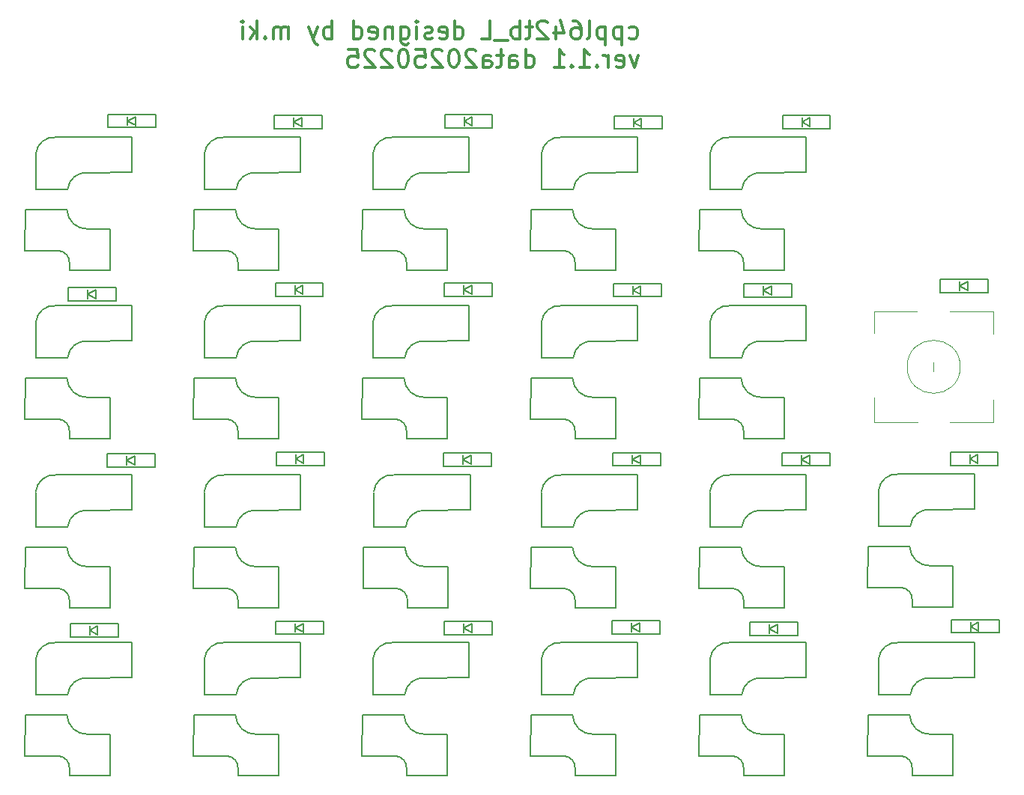
<source format=gbr>
%TF.GenerationSoftware,KiCad,Pcbnew,8.0.7*%
%TF.CreationDate,2025-02-25T22:45:06+09:00*%
%TF.ProjectId,cool642tb_L,636f6f6c-3634-4327-9462-5f4c2e6b6963,rev?*%
%TF.SameCoordinates,Original*%
%TF.FileFunction,Legend,Bot*%
%TF.FilePolarity,Positive*%
%FSLAX46Y46*%
G04 Gerber Fmt 4.6, Leading zero omitted, Abs format (unit mm)*
G04 Created by KiCad (PCBNEW 8.0.7) date 2025-02-25 22:45:06*
%MOMM*%
%LPD*%
G01*
G04 APERTURE LIST*
%ADD10C,0.300000*%
%ADD11C,0.150000*%
%ADD12C,0.120000*%
G04 APERTURE END LIST*
D10*
X60979298Y18045488D02*
X61169774Y17950249D01*
X61169774Y17950249D02*
X61550727Y17950249D01*
X61550727Y17950249D02*
X61741203Y18045488D01*
X61741203Y18045488D02*
X61836441Y18140726D01*
X61836441Y18140726D02*
X61931679Y18331202D01*
X61931679Y18331202D02*
X61931679Y18902630D01*
X61931679Y18902630D02*
X61836441Y19093107D01*
X61836441Y19093107D02*
X61741203Y19188345D01*
X61741203Y19188345D02*
X61550727Y19283583D01*
X61550727Y19283583D02*
X61169774Y19283583D01*
X61169774Y19283583D02*
X60979298Y19188345D01*
X60122155Y19283583D02*
X60122155Y17283583D01*
X60122155Y19188345D02*
X59931679Y19283583D01*
X59931679Y19283583D02*
X59550726Y19283583D01*
X59550726Y19283583D02*
X59360250Y19188345D01*
X59360250Y19188345D02*
X59265012Y19093107D01*
X59265012Y19093107D02*
X59169774Y18902630D01*
X59169774Y18902630D02*
X59169774Y18331202D01*
X59169774Y18331202D02*
X59265012Y18140726D01*
X59265012Y18140726D02*
X59360250Y18045488D01*
X59360250Y18045488D02*
X59550726Y17950249D01*
X59550726Y17950249D02*
X59931679Y17950249D01*
X59931679Y17950249D02*
X60122155Y18045488D01*
X58312631Y19283583D02*
X58312631Y17283583D01*
X58312631Y19188345D02*
X58122155Y19283583D01*
X58122155Y19283583D02*
X57741202Y19283583D01*
X57741202Y19283583D02*
X57550726Y19188345D01*
X57550726Y19188345D02*
X57455488Y19093107D01*
X57455488Y19093107D02*
X57360250Y18902630D01*
X57360250Y18902630D02*
X57360250Y18331202D01*
X57360250Y18331202D02*
X57455488Y18140726D01*
X57455488Y18140726D02*
X57550726Y18045488D01*
X57550726Y18045488D02*
X57741202Y17950249D01*
X57741202Y17950249D02*
X58122155Y17950249D01*
X58122155Y17950249D02*
X58312631Y18045488D01*
X56217393Y17950249D02*
X56407869Y18045488D01*
X56407869Y18045488D02*
X56503107Y18235964D01*
X56503107Y18235964D02*
X56503107Y19950249D01*
X54598345Y19950249D02*
X54979298Y19950249D01*
X54979298Y19950249D02*
X55169774Y19855011D01*
X55169774Y19855011D02*
X55265012Y19759773D01*
X55265012Y19759773D02*
X55455488Y19474059D01*
X55455488Y19474059D02*
X55550726Y19093107D01*
X55550726Y19093107D02*
X55550726Y18331202D01*
X55550726Y18331202D02*
X55455488Y18140726D01*
X55455488Y18140726D02*
X55360250Y18045488D01*
X55360250Y18045488D02*
X55169774Y17950249D01*
X55169774Y17950249D02*
X54788821Y17950249D01*
X54788821Y17950249D02*
X54598345Y18045488D01*
X54598345Y18045488D02*
X54503107Y18140726D01*
X54503107Y18140726D02*
X54407869Y18331202D01*
X54407869Y18331202D02*
X54407869Y18807392D01*
X54407869Y18807392D02*
X54503107Y18997868D01*
X54503107Y18997868D02*
X54598345Y19093107D01*
X54598345Y19093107D02*
X54788821Y19188345D01*
X54788821Y19188345D02*
X55169774Y19188345D01*
X55169774Y19188345D02*
X55360250Y19093107D01*
X55360250Y19093107D02*
X55455488Y18997868D01*
X55455488Y18997868D02*
X55550726Y18807392D01*
X52693583Y19283583D02*
X52693583Y17950249D01*
X53169774Y20045488D02*
X53645964Y18616916D01*
X53645964Y18616916D02*
X52407869Y18616916D01*
X51741202Y19759773D02*
X51645964Y19855011D01*
X51645964Y19855011D02*
X51455488Y19950249D01*
X51455488Y19950249D02*
X50979297Y19950249D01*
X50979297Y19950249D02*
X50788821Y19855011D01*
X50788821Y19855011D02*
X50693583Y19759773D01*
X50693583Y19759773D02*
X50598345Y19569297D01*
X50598345Y19569297D02*
X50598345Y19378821D01*
X50598345Y19378821D02*
X50693583Y19093107D01*
X50693583Y19093107D02*
X51836440Y17950249D01*
X51836440Y17950249D02*
X50598345Y17950249D01*
X50026916Y19283583D02*
X49265012Y19283583D01*
X49741202Y19950249D02*
X49741202Y18235964D01*
X49741202Y18235964D02*
X49645964Y18045488D01*
X49645964Y18045488D02*
X49455488Y17950249D01*
X49455488Y17950249D02*
X49265012Y17950249D01*
X48598345Y17950249D02*
X48598345Y19950249D01*
X48598345Y19188345D02*
X48407869Y19283583D01*
X48407869Y19283583D02*
X48026916Y19283583D01*
X48026916Y19283583D02*
X47836440Y19188345D01*
X47836440Y19188345D02*
X47741202Y19093107D01*
X47741202Y19093107D02*
X47645964Y18902630D01*
X47645964Y18902630D02*
X47645964Y18331202D01*
X47645964Y18331202D02*
X47741202Y18140726D01*
X47741202Y18140726D02*
X47836440Y18045488D01*
X47836440Y18045488D02*
X48026916Y17950249D01*
X48026916Y17950249D02*
X48407869Y17950249D01*
X48407869Y17950249D02*
X48598345Y18045488D01*
X47265012Y17759773D02*
X45741202Y17759773D01*
X44312630Y17950249D02*
X45265011Y17950249D01*
X45265011Y17950249D02*
X45265011Y19950249D01*
X41265010Y17950249D02*
X41265010Y19950249D01*
X41265010Y18045488D02*
X41455486Y17950249D01*
X41455486Y17950249D02*
X41836439Y17950249D01*
X41836439Y17950249D02*
X42026915Y18045488D01*
X42026915Y18045488D02*
X42122153Y18140726D01*
X42122153Y18140726D02*
X42217391Y18331202D01*
X42217391Y18331202D02*
X42217391Y18902630D01*
X42217391Y18902630D02*
X42122153Y19093107D01*
X42122153Y19093107D02*
X42026915Y19188345D01*
X42026915Y19188345D02*
X41836439Y19283583D01*
X41836439Y19283583D02*
X41455486Y19283583D01*
X41455486Y19283583D02*
X41265010Y19188345D01*
X39550724Y18045488D02*
X39741200Y17950249D01*
X39741200Y17950249D02*
X40122153Y17950249D01*
X40122153Y17950249D02*
X40312629Y18045488D01*
X40312629Y18045488D02*
X40407867Y18235964D01*
X40407867Y18235964D02*
X40407867Y18997868D01*
X40407867Y18997868D02*
X40312629Y19188345D01*
X40312629Y19188345D02*
X40122153Y19283583D01*
X40122153Y19283583D02*
X39741200Y19283583D01*
X39741200Y19283583D02*
X39550724Y19188345D01*
X39550724Y19188345D02*
X39455486Y18997868D01*
X39455486Y18997868D02*
X39455486Y18807392D01*
X39455486Y18807392D02*
X40407867Y18616916D01*
X38693581Y18045488D02*
X38503105Y17950249D01*
X38503105Y17950249D02*
X38122153Y17950249D01*
X38122153Y17950249D02*
X37931676Y18045488D01*
X37931676Y18045488D02*
X37836438Y18235964D01*
X37836438Y18235964D02*
X37836438Y18331202D01*
X37836438Y18331202D02*
X37931676Y18521678D01*
X37931676Y18521678D02*
X38122153Y18616916D01*
X38122153Y18616916D02*
X38407867Y18616916D01*
X38407867Y18616916D02*
X38598343Y18712154D01*
X38598343Y18712154D02*
X38693581Y18902630D01*
X38693581Y18902630D02*
X38693581Y18997868D01*
X38693581Y18997868D02*
X38598343Y19188345D01*
X38598343Y19188345D02*
X38407867Y19283583D01*
X38407867Y19283583D02*
X38122153Y19283583D01*
X38122153Y19283583D02*
X37931676Y19188345D01*
X36979295Y17950249D02*
X36979295Y19283583D01*
X36979295Y19950249D02*
X37074533Y19855011D01*
X37074533Y19855011D02*
X36979295Y19759773D01*
X36979295Y19759773D02*
X36884057Y19855011D01*
X36884057Y19855011D02*
X36979295Y19950249D01*
X36979295Y19950249D02*
X36979295Y19759773D01*
X35169771Y19283583D02*
X35169771Y17664535D01*
X35169771Y17664535D02*
X35265009Y17474059D01*
X35265009Y17474059D02*
X35360247Y17378821D01*
X35360247Y17378821D02*
X35550724Y17283583D01*
X35550724Y17283583D02*
X35836438Y17283583D01*
X35836438Y17283583D02*
X36026914Y17378821D01*
X35169771Y18045488D02*
X35360247Y17950249D01*
X35360247Y17950249D02*
X35741200Y17950249D01*
X35741200Y17950249D02*
X35931676Y18045488D01*
X35931676Y18045488D02*
X36026914Y18140726D01*
X36026914Y18140726D02*
X36122152Y18331202D01*
X36122152Y18331202D02*
X36122152Y18902630D01*
X36122152Y18902630D02*
X36026914Y19093107D01*
X36026914Y19093107D02*
X35931676Y19188345D01*
X35931676Y19188345D02*
X35741200Y19283583D01*
X35741200Y19283583D02*
X35360247Y19283583D01*
X35360247Y19283583D02*
X35169771Y19188345D01*
X34217390Y19283583D02*
X34217390Y17950249D01*
X34217390Y19093107D02*
X34122152Y19188345D01*
X34122152Y19188345D02*
X33931676Y19283583D01*
X33931676Y19283583D02*
X33645961Y19283583D01*
X33645961Y19283583D02*
X33455485Y19188345D01*
X33455485Y19188345D02*
X33360247Y18997868D01*
X33360247Y18997868D02*
X33360247Y17950249D01*
X31645961Y18045488D02*
X31836437Y17950249D01*
X31836437Y17950249D02*
X32217390Y17950249D01*
X32217390Y17950249D02*
X32407866Y18045488D01*
X32407866Y18045488D02*
X32503104Y18235964D01*
X32503104Y18235964D02*
X32503104Y18997868D01*
X32503104Y18997868D02*
X32407866Y19188345D01*
X32407866Y19188345D02*
X32217390Y19283583D01*
X32217390Y19283583D02*
X31836437Y19283583D01*
X31836437Y19283583D02*
X31645961Y19188345D01*
X31645961Y19188345D02*
X31550723Y18997868D01*
X31550723Y18997868D02*
X31550723Y18807392D01*
X31550723Y18807392D02*
X32503104Y18616916D01*
X29836437Y17950249D02*
X29836437Y19950249D01*
X29836437Y18045488D02*
X30026913Y17950249D01*
X30026913Y17950249D02*
X30407866Y17950249D01*
X30407866Y17950249D02*
X30598342Y18045488D01*
X30598342Y18045488D02*
X30693580Y18140726D01*
X30693580Y18140726D02*
X30788818Y18331202D01*
X30788818Y18331202D02*
X30788818Y18902630D01*
X30788818Y18902630D02*
X30693580Y19093107D01*
X30693580Y19093107D02*
X30598342Y19188345D01*
X30598342Y19188345D02*
X30407866Y19283583D01*
X30407866Y19283583D02*
X30026913Y19283583D01*
X30026913Y19283583D02*
X29836437Y19188345D01*
X27360246Y17950249D02*
X27360246Y19950249D01*
X27360246Y19188345D02*
X27169770Y19283583D01*
X27169770Y19283583D02*
X26788817Y19283583D01*
X26788817Y19283583D02*
X26598341Y19188345D01*
X26598341Y19188345D02*
X26503103Y19093107D01*
X26503103Y19093107D02*
X26407865Y18902630D01*
X26407865Y18902630D02*
X26407865Y18331202D01*
X26407865Y18331202D02*
X26503103Y18140726D01*
X26503103Y18140726D02*
X26598341Y18045488D01*
X26598341Y18045488D02*
X26788817Y17950249D01*
X26788817Y17950249D02*
X27169770Y17950249D01*
X27169770Y17950249D02*
X27360246Y18045488D01*
X25741198Y19283583D02*
X25265008Y17950249D01*
X24788817Y19283583D02*
X25265008Y17950249D01*
X25265008Y17950249D02*
X25455484Y17474059D01*
X25455484Y17474059D02*
X25550722Y17378821D01*
X25550722Y17378821D02*
X25741198Y17283583D01*
X22503102Y17950249D02*
X22503102Y19283583D01*
X22503102Y19093107D02*
X22407864Y19188345D01*
X22407864Y19188345D02*
X22217388Y19283583D01*
X22217388Y19283583D02*
X21931673Y19283583D01*
X21931673Y19283583D02*
X21741197Y19188345D01*
X21741197Y19188345D02*
X21645959Y18997868D01*
X21645959Y18997868D02*
X21645959Y17950249D01*
X21645959Y18997868D02*
X21550721Y19188345D01*
X21550721Y19188345D02*
X21360245Y19283583D01*
X21360245Y19283583D02*
X21074531Y19283583D01*
X21074531Y19283583D02*
X20884054Y19188345D01*
X20884054Y19188345D02*
X20788816Y18997868D01*
X20788816Y18997868D02*
X20788816Y17950249D01*
X19836435Y18140726D02*
X19741197Y18045488D01*
X19741197Y18045488D02*
X19836435Y17950249D01*
X19836435Y17950249D02*
X19931673Y18045488D01*
X19931673Y18045488D02*
X19836435Y18140726D01*
X19836435Y18140726D02*
X19836435Y17950249D01*
X18884054Y17950249D02*
X18884054Y19950249D01*
X18693578Y18712154D02*
X18122149Y17950249D01*
X18122149Y19283583D02*
X18884054Y18521678D01*
X17265006Y17950249D02*
X17265006Y19283583D01*
X17265006Y19950249D02*
X17360244Y19855011D01*
X17360244Y19855011D02*
X17265006Y19759773D01*
X17265006Y19759773D02*
X17169768Y19855011D01*
X17169768Y19855011D02*
X17265006Y19950249D01*
X17265006Y19950249D02*
X17265006Y19759773D01*
X62026917Y16063695D02*
X61550727Y14730361D01*
X61550727Y14730361D02*
X61074536Y16063695D01*
X59550726Y14825600D02*
X59741202Y14730361D01*
X59741202Y14730361D02*
X60122155Y14730361D01*
X60122155Y14730361D02*
X60312631Y14825600D01*
X60312631Y14825600D02*
X60407869Y15016076D01*
X60407869Y15016076D02*
X60407869Y15777980D01*
X60407869Y15777980D02*
X60312631Y15968457D01*
X60312631Y15968457D02*
X60122155Y16063695D01*
X60122155Y16063695D02*
X59741202Y16063695D01*
X59741202Y16063695D02*
X59550726Y15968457D01*
X59550726Y15968457D02*
X59455488Y15777980D01*
X59455488Y15777980D02*
X59455488Y15587504D01*
X59455488Y15587504D02*
X60407869Y15397028D01*
X58598345Y14730361D02*
X58598345Y16063695D01*
X58598345Y15682742D02*
X58503107Y15873219D01*
X58503107Y15873219D02*
X58407869Y15968457D01*
X58407869Y15968457D02*
X58217393Y16063695D01*
X58217393Y16063695D02*
X58026916Y16063695D01*
X57360250Y14920838D02*
X57265012Y14825600D01*
X57265012Y14825600D02*
X57360250Y14730361D01*
X57360250Y14730361D02*
X57455488Y14825600D01*
X57455488Y14825600D02*
X57360250Y14920838D01*
X57360250Y14920838D02*
X57360250Y14730361D01*
X55360250Y14730361D02*
X56503107Y14730361D01*
X55931679Y14730361D02*
X55931679Y16730361D01*
X55931679Y16730361D02*
X56122155Y16444647D01*
X56122155Y16444647D02*
X56312631Y16254171D01*
X56312631Y16254171D02*
X56503107Y16158933D01*
X54503107Y14920838D02*
X54407869Y14825600D01*
X54407869Y14825600D02*
X54503107Y14730361D01*
X54503107Y14730361D02*
X54598345Y14825600D01*
X54598345Y14825600D02*
X54503107Y14920838D01*
X54503107Y14920838D02*
X54503107Y14730361D01*
X52503107Y14730361D02*
X53645964Y14730361D01*
X53074536Y14730361D02*
X53074536Y16730361D01*
X53074536Y16730361D02*
X53265012Y16444647D01*
X53265012Y16444647D02*
X53455488Y16254171D01*
X53455488Y16254171D02*
X53645964Y16158933D01*
X49265011Y14730361D02*
X49265011Y16730361D01*
X49265011Y14825600D02*
X49455487Y14730361D01*
X49455487Y14730361D02*
X49836440Y14730361D01*
X49836440Y14730361D02*
X50026916Y14825600D01*
X50026916Y14825600D02*
X50122154Y14920838D01*
X50122154Y14920838D02*
X50217392Y15111314D01*
X50217392Y15111314D02*
X50217392Y15682742D01*
X50217392Y15682742D02*
X50122154Y15873219D01*
X50122154Y15873219D02*
X50026916Y15968457D01*
X50026916Y15968457D02*
X49836440Y16063695D01*
X49836440Y16063695D02*
X49455487Y16063695D01*
X49455487Y16063695D02*
X49265011Y15968457D01*
X47455487Y14730361D02*
X47455487Y15777980D01*
X47455487Y15777980D02*
X47550725Y15968457D01*
X47550725Y15968457D02*
X47741201Y16063695D01*
X47741201Y16063695D02*
X48122154Y16063695D01*
X48122154Y16063695D02*
X48312630Y15968457D01*
X47455487Y14825600D02*
X47645963Y14730361D01*
X47645963Y14730361D02*
X48122154Y14730361D01*
X48122154Y14730361D02*
X48312630Y14825600D01*
X48312630Y14825600D02*
X48407868Y15016076D01*
X48407868Y15016076D02*
X48407868Y15206552D01*
X48407868Y15206552D02*
X48312630Y15397028D01*
X48312630Y15397028D02*
X48122154Y15492266D01*
X48122154Y15492266D02*
X47645963Y15492266D01*
X47645963Y15492266D02*
X47455487Y15587504D01*
X46788820Y16063695D02*
X46026916Y16063695D01*
X46503106Y16730361D02*
X46503106Y15016076D01*
X46503106Y15016076D02*
X46407868Y14825600D01*
X46407868Y14825600D02*
X46217392Y14730361D01*
X46217392Y14730361D02*
X46026916Y14730361D01*
X44503106Y14730361D02*
X44503106Y15777980D01*
X44503106Y15777980D02*
X44598344Y15968457D01*
X44598344Y15968457D02*
X44788820Y16063695D01*
X44788820Y16063695D02*
X45169773Y16063695D01*
X45169773Y16063695D02*
X45360249Y15968457D01*
X44503106Y14825600D02*
X44693582Y14730361D01*
X44693582Y14730361D02*
X45169773Y14730361D01*
X45169773Y14730361D02*
X45360249Y14825600D01*
X45360249Y14825600D02*
X45455487Y15016076D01*
X45455487Y15016076D02*
X45455487Y15206552D01*
X45455487Y15206552D02*
X45360249Y15397028D01*
X45360249Y15397028D02*
X45169773Y15492266D01*
X45169773Y15492266D02*
X44693582Y15492266D01*
X44693582Y15492266D02*
X44503106Y15587504D01*
X43645963Y16539885D02*
X43550725Y16635123D01*
X43550725Y16635123D02*
X43360249Y16730361D01*
X43360249Y16730361D02*
X42884058Y16730361D01*
X42884058Y16730361D02*
X42693582Y16635123D01*
X42693582Y16635123D02*
X42598344Y16539885D01*
X42598344Y16539885D02*
X42503106Y16349409D01*
X42503106Y16349409D02*
X42503106Y16158933D01*
X42503106Y16158933D02*
X42598344Y15873219D01*
X42598344Y15873219D02*
X43741201Y14730361D01*
X43741201Y14730361D02*
X42503106Y14730361D01*
X41265011Y16730361D02*
X41074534Y16730361D01*
X41074534Y16730361D02*
X40884058Y16635123D01*
X40884058Y16635123D02*
X40788820Y16539885D01*
X40788820Y16539885D02*
X40693582Y16349409D01*
X40693582Y16349409D02*
X40598344Y15968457D01*
X40598344Y15968457D02*
X40598344Y15492266D01*
X40598344Y15492266D02*
X40693582Y15111314D01*
X40693582Y15111314D02*
X40788820Y14920838D01*
X40788820Y14920838D02*
X40884058Y14825600D01*
X40884058Y14825600D02*
X41074534Y14730361D01*
X41074534Y14730361D02*
X41265011Y14730361D01*
X41265011Y14730361D02*
X41455487Y14825600D01*
X41455487Y14825600D02*
X41550725Y14920838D01*
X41550725Y14920838D02*
X41645963Y15111314D01*
X41645963Y15111314D02*
X41741201Y15492266D01*
X41741201Y15492266D02*
X41741201Y15968457D01*
X41741201Y15968457D02*
X41645963Y16349409D01*
X41645963Y16349409D02*
X41550725Y16539885D01*
X41550725Y16539885D02*
X41455487Y16635123D01*
X41455487Y16635123D02*
X41265011Y16730361D01*
X39836439Y16539885D02*
X39741201Y16635123D01*
X39741201Y16635123D02*
X39550725Y16730361D01*
X39550725Y16730361D02*
X39074534Y16730361D01*
X39074534Y16730361D02*
X38884058Y16635123D01*
X38884058Y16635123D02*
X38788820Y16539885D01*
X38788820Y16539885D02*
X38693582Y16349409D01*
X38693582Y16349409D02*
X38693582Y16158933D01*
X38693582Y16158933D02*
X38788820Y15873219D01*
X38788820Y15873219D02*
X39931677Y14730361D01*
X39931677Y14730361D02*
X38693582Y14730361D01*
X36884058Y16730361D02*
X37836439Y16730361D01*
X37836439Y16730361D02*
X37931677Y15777980D01*
X37931677Y15777980D02*
X37836439Y15873219D01*
X37836439Y15873219D02*
X37645963Y15968457D01*
X37645963Y15968457D02*
X37169772Y15968457D01*
X37169772Y15968457D02*
X36979296Y15873219D01*
X36979296Y15873219D02*
X36884058Y15777980D01*
X36884058Y15777980D02*
X36788820Y15587504D01*
X36788820Y15587504D02*
X36788820Y15111314D01*
X36788820Y15111314D02*
X36884058Y14920838D01*
X36884058Y14920838D02*
X36979296Y14825600D01*
X36979296Y14825600D02*
X37169772Y14730361D01*
X37169772Y14730361D02*
X37645963Y14730361D01*
X37645963Y14730361D02*
X37836439Y14825600D01*
X37836439Y14825600D02*
X37931677Y14920838D01*
X35550725Y16730361D02*
X35360248Y16730361D01*
X35360248Y16730361D02*
X35169772Y16635123D01*
X35169772Y16635123D02*
X35074534Y16539885D01*
X35074534Y16539885D02*
X34979296Y16349409D01*
X34979296Y16349409D02*
X34884058Y15968457D01*
X34884058Y15968457D02*
X34884058Y15492266D01*
X34884058Y15492266D02*
X34979296Y15111314D01*
X34979296Y15111314D02*
X35074534Y14920838D01*
X35074534Y14920838D02*
X35169772Y14825600D01*
X35169772Y14825600D02*
X35360248Y14730361D01*
X35360248Y14730361D02*
X35550725Y14730361D01*
X35550725Y14730361D02*
X35741201Y14825600D01*
X35741201Y14825600D02*
X35836439Y14920838D01*
X35836439Y14920838D02*
X35931677Y15111314D01*
X35931677Y15111314D02*
X36026915Y15492266D01*
X36026915Y15492266D02*
X36026915Y15968457D01*
X36026915Y15968457D02*
X35931677Y16349409D01*
X35931677Y16349409D02*
X35836439Y16539885D01*
X35836439Y16539885D02*
X35741201Y16635123D01*
X35741201Y16635123D02*
X35550725Y16730361D01*
X34122153Y16539885D02*
X34026915Y16635123D01*
X34026915Y16635123D02*
X33836439Y16730361D01*
X33836439Y16730361D02*
X33360248Y16730361D01*
X33360248Y16730361D02*
X33169772Y16635123D01*
X33169772Y16635123D02*
X33074534Y16539885D01*
X33074534Y16539885D02*
X32979296Y16349409D01*
X32979296Y16349409D02*
X32979296Y16158933D01*
X32979296Y16158933D02*
X33074534Y15873219D01*
X33074534Y15873219D02*
X34217391Y14730361D01*
X34217391Y14730361D02*
X32979296Y14730361D01*
X32217391Y16539885D02*
X32122153Y16635123D01*
X32122153Y16635123D02*
X31931677Y16730361D01*
X31931677Y16730361D02*
X31455486Y16730361D01*
X31455486Y16730361D02*
X31265010Y16635123D01*
X31265010Y16635123D02*
X31169772Y16539885D01*
X31169772Y16539885D02*
X31074534Y16349409D01*
X31074534Y16349409D02*
X31074534Y16158933D01*
X31074534Y16158933D02*
X31169772Y15873219D01*
X31169772Y15873219D02*
X32312629Y14730361D01*
X32312629Y14730361D02*
X31074534Y14730361D01*
X29265010Y16730361D02*
X30217391Y16730361D01*
X30217391Y16730361D02*
X30312629Y15777980D01*
X30312629Y15777980D02*
X30217391Y15873219D01*
X30217391Y15873219D02*
X30026915Y15968457D01*
X30026915Y15968457D02*
X29550724Y15968457D01*
X29550724Y15968457D02*
X29360248Y15873219D01*
X29360248Y15873219D02*
X29265010Y15777980D01*
X29265010Y15777980D02*
X29169772Y15587504D01*
X29169772Y15587504D02*
X29169772Y15111314D01*
X29169772Y15111314D02*
X29265010Y14920838D01*
X29265010Y14920838D02*
X29360248Y14825600D01*
X29360248Y14825600D02*
X29550724Y14730361D01*
X29550724Y14730361D02*
X30026915Y14730361D01*
X30026915Y14730361D02*
X30217391Y14825600D01*
X30217391Y14825600D02*
X30312629Y14920838D01*
D11*
%TO.C,SW14*%
X49875000Y-20450000D02*
X49850000Y-25050000D01*
X51050000Y-14200000D02*
X51050000Y-18145000D01*
X51050000Y-18154000D02*
X54660000Y-18154000D01*
X53650000Y-25075000D02*
X49875000Y-25075000D01*
X54575000Y-20425000D02*
X49875000Y-20425000D01*
X54870000Y-26550000D02*
X54870000Y-27250000D01*
X59425000Y-22625000D02*
X56875000Y-22625000D01*
X59425000Y-27275000D02*
X54875000Y-27275000D01*
X59450000Y-22650000D02*
X59450000Y-27250000D01*
X61950000Y-12246000D02*
X53325000Y-12246000D01*
X61950000Y-16154000D02*
X61950000Y-12246000D01*
X61950000Y-16200000D02*
X56900000Y-16246000D01*
X51061000Y-14130000D02*
G75*
G02*
X53325000Y-12246000I2074000J-190000D01*
G01*
X53650000Y-25080000D02*
G75*
G02*
X54870000Y-26500000I-100000J-1320000D01*
G01*
X54665000Y-18130000D02*
G75*
G02*
X56925000Y-16250000I2070000J-190000D01*
G01*
X56950000Y-22620000D02*
G75*
G02*
X54580000Y-20450000I-100000J2270000D01*
G01*
%TO.C,D3*%
X2000000Y-28970000D02*
X2000000Y-30470000D01*
X2000000Y-30470000D02*
X7400000Y-30470000D01*
X4200000Y-29720000D02*
X5100000Y-29220000D01*
X4200000Y-30220000D02*
X4200000Y-29220000D01*
X5100000Y-30220000D02*
X4200000Y-29720000D01*
X5100000Y-30230000D02*
X5100000Y-29230000D01*
X7400000Y-28970000D02*
X2000000Y-28970000D01*
X7400000Y-30470000D02*
X7400000Y-28970000D01*
%TO.C,SW18*%
X68925000Y-20450000D02*
X68900000Y-25050000D01*
X70100000Y-14200000D02*
X70100000Y-18145000D01*
X70100000Y-18154000D02*
X73710000Y-18154000D01*
X72700000Y-25075000D02*
X68925000Y-25075000D01*
X73625000Y-20425000D02*
X68925000Y-20425000D01*
X73920000Y-26550000D02*
X73920000Y-27250000D01*
X78475000Y-22625000D02*
X75925000Y-22625000D01*
X78475000Y-27275000D02*
X73925000Y-27275000D01*
X78500000Y-22650000D02*
X78500000Y-27250000D01*
X81000000Y-12246000D02*
X72375000Y-12246000D01*
X81000000Y-16154000D02*
X81000000Y-12246000D01*
X81000000Y-16200000D02*
X75950000Y-16246000D01*
X70111000Y-14130000D02*
G75*
G02*
X72375000Y-12246000I2074000J-190000D01*
G01*
X72700000Y-25080000D02*
G75*
G02*
X73920000Y-26500000I-100000J-1320000D01*
G01*
X73715000Y-18130000D02*
G75*
G02*
X75975000Y-16250000I2070000J-190000D01*
G01*
X76000000Y-22620000D02*
G75*
G02*
X73630000Y-20450000I-100000J2270000D01*
G01*
%TO.C,D13*%
X59280000Y9230000D02*
X59280000Y7730000D01*
X59280000Y7730000D02*
X64680000Y7730000D01*
X61480000Y8480000D02*
X62380000Y8980000D01*
X61480000Y7980000D02*
X61480000Y8980000D01*
X62380000Y7980000D02*
X61480000Y8480000D01*
X62380000Y7970000D02*
X62380000Y8970000D01*
X64680000Y9230000D02*
X59280000Y9230000D01*
X64680000Y7730000D02*
X64680000Y9230000D01*
%TO.C,SW12*%
X30825000Y-58550000D02*
X30800000Y-63150000D01*
X32000000Y-52300000D02*
X32000000Y-56245000D01*
X32000000Y-56254000D02*
X35610000Y-56254000D01*
X34600000Y-63175000D02*
X30825000Y-63175000D01*
X35525000Y-58525000D02*
X30825000Y-58525000D01*
X35820000Y-64650000D02*
X35820000Y-65350000D01*
X40375000Y-60725000D02*
X37825000Y-60725000D01*
X40375000Y-65375000D02*
X35825000Y-65375000D01*
X40400000Y-60750000D02*
X40400000Y-65350000D01*
X42900000Y-50346000D02*
X34275000Y-50346000D01*
X42900000Y-54254000D02*
X42900000Y-50346000D01*
X42900000Y-54300000D02*
X37850000Y-54346000D01*
X32011000Y-52230000D02*
G75*
G02*
X34275000Y-50346000I2074000J-190000D01*
G01*
X34600000Y-63180000D02*
G75*
G02*
X35820000Y-64600000I-100000J-1320000D01*
G01*
X35615000Y-56230000D02*
G75*
G02*
X37875000Y-54350000I2070000J-190000D01*
G01*
X37900000Y-60720000D02*
G75*
G02*
X35530000Y-58550000I-100000J2270000D01*
G01*
%TO.C,SW23*%
X87975000Y-58550000D02*
X87950000Y-63150000D01*
X89150000Y-52300000D02*
X89150000Y-56245000D01*
X89150000Y-56254000D02*
X92760000Y-56254000D01*
X91750000Y-63175000D02*
X87975000Y-63175000D01*
X92675000Y-58525000D02*
X87975000Y-58525000D01*
X92970000Y-64650000D02*
X92970000Y-65350000D01*
X97525000Y-60725000D02*
X94975000Y-60725000D01*
X97525000Y-65375000D02*
X92975000Y-65375000D01*
X97550000Y-60750000D02*
X97550000Y-65350000D01*
X100050000Y-50346000D02*
X91425000Y-50346000D01*
X100050000Y-54254000D02*
X100050000Y-50346000D01*
X100050000Y-54300000D02*
X95000000Y-54346000D01*
X89161000Y-52230000D02*
G75*
G02*
X91425000Y-50346000I2074000J-190000D01*
G01*
X91750000Y-63180000D02*
G75*
G02*
X92970000Y-64600000I-100000J-1320000D01*
G01*
X92765000Y-56230000D02*
G75*
G02*
X95025000Y-54350000I2070000J-190000D01*
G01*
X95050000Y-60720000D02*
G75*
G02*
X92680000Y-58550000I-100000J2270000D01*
G01*
%TO.C,D10*%
X40110000Y-9670000D02*
X40110000Y-11170000D01*
X40110000Y-11170000D02*
X45510000Y-11170000D01*
X42310000Y-10420000D02*
X43210000Y-9920000D01*
X42310000Y-10920000D02*
X42310000Y-9920000D01*
X43210000Y-10920000D02*
X42310000Y-10420000D01*
X43210000Y-10930000D02*
X43210000Y-9930000D01*
X45510000Y-9670000D02*
X40110000Y-9670000D01*
X45510000Y-11170000D02*
X45510000Y-9670000D01*
%TO.C,D19*%
X78300000Y-28880000D02*
X78300000Y-30380000D01*
X78300000Y-30380000D02*
X83700000Y-30380000D01*
X80500000Y-29630000D02*
X81400000Y-29130000D01*
X80500000Y-30130000D02*
X80500000Y-29130000D01*
X81400000Y-30130000D02*
X80500000Y-29630000D01*
X81400000Y-30140000D02*
X81400000Y-29140000D01*
X83700000Y-28880000D02*
X78300000Y-28880000D01*
X83700000Y-30380000D02*
X83700000Y-28880000D01*
%TO.C,D16*%
X59070000Y-47850000D02*
X59070000Y-49350000D01*
X59070000Y-49350000D02*
X64470000Y-49350000D01*
X61270000Y-48600000D02*
X62170000Y-48100000D01*
X61270000Y-49100000D02*
X61270000Y-48100000D01*
X62170000Y-49100000D02*
X61270000Y-48600000D01*
X62170000Y-49110000D02*
X62170000Y-48110000D01*
X64470000Y-47850000D02*
X59070000Y-47850000D01*
X64470000Y-49350000D02*
X64470000Y-47850000D01*
%TO.C,SW19*%
X68925000Y-39600000D02*
X68900000Y-44200000D01*
X70100000Y-33350000D02*
X70100000Y-37295000D01*
X70100000Y-37304000D02*
X73710000Y-37304000D01*
X72700000Y-44225000D02*
X68925000Y-44225000D01*
X73625000Y-39575000D02*
X68925000Y-39575000D01*
X73920000Y-45700000D02*
X73920000Y-46400000D01*
X78475000Y-41775000D02*
X75925000Y-41775000D01*
X78475000Y-46425000D02*
X73925000Y-46425000D01*
X78500000Y-41800000D02*
X78500000Y-46400000D01*
X81000000Y-31396000D02*
X72375000Y-31396000D01*
X81000000Y-35304000D02*
X81000000Y-31396000D01*
X81000000Y-35350000D02*
X75950000Y-35396000D01*
X70111000Y-33280000D02*
G75*
G02*
X72375000Y-31396000I2074000J-190000D01*
G01*
X72700000Y-44230000D02*
G75*
G02*
X73920000Y-45650000I-100000J-1320000D01*
G01*
X73715000Y-37280000D02*
G75*
G02*
X75975000Y-35400000I2070000J-190000D01*
G01*
X76000000Y-41770000D02*
G75*
G02*
X73630000Y-39600000I-100000J2270000D01*
G01*
%TO.C,SW1*%
X-7275000Y-1400000D02*
X-7300000Y-6000000D01*
X-6100000Y4850000D02*
X-6100000Y905000D01*
X-6100000Y896000D02*
X-2490000Y896000D01*
X-3500000Y-6025000D02*
X-7275000Y-6025000D01*
X-2575000Y-1375000D02*
X-7275000Y-1375000D01*
X-2280000Y-7500000D02*
X-2280000Y-8200000D01*
X2275000Y-3575000D02*
X-275000Y-3575000D01*
X2275000Y-8225000D02*
X-2275000Y-8225000D01*
X2300000Y-3600000D02*
X2300000Y-8200000D01*
X4800000Y6804000D02*
X-3825000Y6804000D01*
X4800000Y2896000D02*
X4800000Y6804000D01*
X4800000Y2850000D02*
X-250000Y2804000D01*
X-6089000Y4920000D02*
G75*
G02*
X-3825000Y6804000I2074000J-190000D01*
G01*
X-3500000Y-6030000D02*
G75*
G02*
X-2280000Y-7450000I-100000J-1320000D01*
G01*
X-2485000Y920000D02*
G75*
G02*
X-225000Y2800000I2070000J-190000D01*
G01*
X-200000Y-3570000D02*
G75*
G02*
X-2570000Y-1400000I-100000J2270000D01*
G01*
%TO.C,SW13*%
X49875000Y-1400000D02*
X49850000Y-6000000D01*
X51050000Y4850000D02*
X51050000Y905000D01*
X51050000Y896000D02*
X54660000Y896000D01*
X53650000Y-6025000D02*
X49875000Y-6025000D01*
X54575000Y-1375000D02*
X49875000Y-1375000D01*
X54870000Y-7500000D02*
X54870000Y-8200000D01*
X59425000Y-3575000D02*
X56875000Y-3575000D01*
X59425000Y-8225000D02*
X54875000Y-8225000D01*
X59450000Y-3600000D02*
X59450000Y-8200000D01*
X61950000Y6804000D02*
X53325000Y6804000D01*
X61950000Y2896000D02*
X61950000Y6804000D01*
X61950000Y2850000D02*
X56900000Y2804000D01*
X51061000Y4920000D02*
G75*
G02*
X53325000Y6804000I2074000J-190000D01*
G01*
X53650000Y-6030000D02*
G75*
G02*
X54870000Y-7450000I-100000J-1320000D01*
G01*
X54665000Y920000D02*
G75*
G02*
X56925000Y2800000I2070000J-190000D01*
G01*
X56950000Y-3570000D02*
G75*
G02*
X54580000Y-1400000I-100000J2270000D01*
G01*
%TO.C,D7*%
X21100000Y-28820000D02*
X21100000Y-30320000D01*
X21100000Y-30320000D02*
X26500000Y-30320000D01*
X23300000Y-29570000D02*
X24200000Y-29070000D01*
X23300000Y-30070000D02*
X23300000Y-29070000D01*
X24200000Y-30070000D02*
X23300000Y-29570000D01*
X24200000Y-30080000D02*
X24200000Y-29080000D01*
X26500000Y-28820000D02*
X21100000Y-28820000D01*
X26500000Y-30320000D02*
X26500000Y-28820000D01*
%TO.C,D21*%
X96135000Y-9290000D02*
X96135000Y-10790000D01*
X96135000Y-10790000D02*
X101535000Y-10790000D01*
X98335000Y-10040000D02*
X99235000Y-9540000D01*
X98335000Y-10540000D02*
X98335000Y-9540000D01*
X99235000Y-10540000D02*
X98335000Y-10040000D01*
X99235000Y-10550000D02*
X99235000Y-9550000D01*
X101535000Y-9290000D02*
X96135000Y-9290000D01*
X101535000Y-10790000D02*
X101535000Y-9290000D01*
%TO.C,SW10*%
X30825000Y-20450000D02*
X30800000Y-25050000D01*
X32000000Y-14200000D02*
X32000000Y-18145000D01*
X32000000Y-18154000D02*
X35610000Y-18154000D01*
X34600000Y-25075000D02*
X30825000Y-25075000D01*
X35525000Y-20425000D02*
X30825000Y-20425000D01*
X35820000Y-26550000D02*
X35820000Y-27250000D01*
X40375000Y-22625000D02*
X37825000Y-22625000D01*
X40375000Y-27275000D02*
X35825000Y-27275000D01*
X40400000Y-22650000D02*
X40400000Y-27250000D01*
X42900000Y-12246000D02*
X34275000Y-12246000D01*
X42900000Y-16154000D02*
X42900000Y-12246000D01*
X42900000Y-16200000D02*
X37850000Y-16246000D01*
X32011000Y-14130000D02*
G75*
G02*
X34275000Y-12246000I2074000J-190000D01*
G01*
X34600000Y-25080000D02*
G75*
G02*
X35820000Y-26500000I-100000J-1320000D01*
G01*
X35615000Y-18130000D02*
G75*
G02*
X37875000Y-16250000I2070000J-190000D01*
G01*
X37900000Y-22620000D02*
G75*
G02*
X35530000Y-20450000I-100000J2270000D01*
G01*
%TO.C,D14*%
X59200000Y-9740000D02*
X59200000Y-11240000D01*
X59200000Y-11240000D02*
X64600000Y-11240000D01*
X61400000Y-10490000D02*
X62300000Y-9990000D01*
X61400000Y-10990000D02*
X61400000Y-9990000D01*
X62300000Y-10990000D02*
X61400000Y-10490000D01*
X62300000Y-11000000D02*
X62300000Y-10000000D01*
X64600000Y-9740000D02*
X59200000Y-9740000D01*
X64600000Y-11240000D02*
X64600000Y-9740000D01*
%TO.C,D18*%
X73965000Y-9800000D02*
X73965000Y-11300000D01*
X73965000Y-11300000D02*
X79365000Y-11300000D01*
X76165000Y-10550000D02*
X77065000Y-10050000D01*
X76165000Y-11050000D02*
X76165000Y-10050000D01*
X77065000Y-11050000D02*
X76165000Y-10550000D01*
X77065000Y-11060000D02*
X77065000Y-10060000D01*
X79365000Y-9800000D02*
X73965000Y-9800000D01*
X79365000Y-11300000D02*
X79365000Y-9800000D01*
%TO.C,D5*%
X20880000Y9270000D02*
X20880000Y7770000D01*
X20880000Y7770000D02*
X26280000Y7770000D01*
X23080000Y8520000D02*
X23980000Y9020000D01*
X23080000Y8020000D02*
X23080000Y9020000D01*
X23980000Y8020000D02*
X23080000Y8520000D01*
X23980000Y8010000D02*
X23980000Y9010000D01*
X26280000Y9270000D02*
X20880000Y9270000D01*
X26280000Y7770000D02*
X26280000Y9270000D01*
%TO.C,SW9*%
X30825000Y-1400000D02*
X30800000Y-6000000D01*
X32000000Y4850000D02*
X32000000Y905000D01*
X32000000Y896000D02*
X35610000Y896000D01*
X34600000Y-6025000D02*
X30825000Y-6025000D01*
X35525000Y-1375000D02*
X30825000Y-1375000D01*
X35820000Y-7500000D02*
X35820000Y-8200000D01*
X40375000Y-3575000D02*
X37825000Y-3575000D01*
X40375000Y-8225000D02*
X35825000Y-8225000D01*
X40400000Y-3600000D02*
X40400000Y-8200000D01*
X42900000Y6804000D02*
X34275000Y6804000D01*
X42900000Y2896000D02*
X42900000Y6804000D01*
X42900000Y2850000D02*
X37850000Y2804000D01*
X32011000Y4920000D02*
G75*
G02*
X34275000Y6804000I2074000J-190000D01*
G01*
X34600000Y-6030000D02*
G75*
G02*
X35820000Y-7450000I-100000J-1320000D01*
G01*
X35615000Y920000D02*
G75*
G02*
X37875000Y2800000I2070000J-190000D01*
G01*
X37900000Y-3570000D02*
G75*
G02*
X35530000Y-1400000I-100000J2270000D01*
G01*
%TO.C,SW15*%
X49875000Y-39600000D02*
X49850000Y-44200000D01*
X51050000Y-33350000D02*
X51050000Y-37295000D01*
X51050000Y-37304000D02*
X54660000Y-37304000D01*
X53650000Y-44225000D02*
X49875000Y-44225000D01*
X54575000Y-39575000D02*
X49875000Y-39575000D01*
X54870000Y-45700000D02*
X54870000Y-46400000D01*
X59425000Y-41775000D02*
X56875000Y-41775000D01*
X59425000Y-46425000D02*
X54875000Y-46425000D01*
X59450000Y-41800000D02*
X59450000Y-46400000D01*
X61950000Y-31396000D02*
X53325000Y-31396000D01*
X61950000Y-35304000D02*
X61950000Y-31396000D01*
X61950000Y-35350000D02*
X56900000Y-35396000D01*
X51061000Y-33280000D02*
G75*
G02*
X53325000Y-31396000I2074000J-190000D01*
G01*
X53650000Y-44230000D02*
G75*
G02*
X54870000Y-45650000I-100000J-1320000D01*
G01*
X54665000Y-37280000D02*
G75*
G02*
X56925000Y-35400000I2070000J-190000D01*
G01*
X56950000Y-41770000D02*
G75*
G02*
X54580000Y-39600000I-100000J2270000D01*
G01*
%TO.C,SW11*%
X30925000Y-39600000D02*
X30900000Y-44200000D01*
X32100000Y-33350000D02*
X32100000Y-37295000D01*
X32100000Y-37304000D02*
X35710000Y-37304000D01*
X34700000Y-44225000D02*
X30925000Y-44225000D01*
X35625000Y-39575000D02*
X30925000Y-39575000D01*
X35920000Y-45700000D02*
X35920000Y-46400000D01*
X40475000Y-41775000D02*
X37925000Y-41775000D01*
X40475000Y-46425000D02*
X35925000Y-46425000D01*
X40500000Y-41800000D02*
X40500000Y-46400000D01*
X43000000Y-31396000D02*
X34375000Y-31396000D01*
X43000000Y-35304000D02*
X43000000Y-31396000D01*
X43000000Y-35350000D02*
X37950000Y-35396000D01*
X32111000Y-33280000D02*
G75*
G02*
X34375000Y-31396000I2074000J-190000D01*
G01*
X34700000Y-44230000D02*
G75*
G02*
X35920000Y-45650000I-100000J-1320000D01*
G01*
X35715000Y-37280000D02*
G75*
G02*
X37975000Y-35400000I2070000J-190000D01*
G01*
X38000000Y-41770000D02*
G75*
G02*
X35630000Y-39600000I-100000J2270000D01*
G01*
%TO.C,SW5*%
X11775000Y-1400000D02*
X11750000Y-6000000D01*
X12950000Y4850000D02*
X12950000Y905000D01*
X12950000Y896000D02*
X16560000Y896000D01*
X15550000Y-6025000D02*
X11775000Y-6025000D01*
X16475000Y-1375000D02*
X11775000Y-1375000D01*
X16770000Y-7500000D02*
X16770000Y-8200000D01*
X21325000Y-3575000D02*
X18775000Y-3575000D01*
X21325000Y-8225000D02*
X16775000Y-8225000D01*
X21350000Y-3600000D02*
X21350000Y-8200000D01*
X23850000Y6804000D02*
X15225000Y6804000D01*
X23850000Y2896000D02*
X23850000Y6804000D01*
X23850000Y2850000D02*
X18800000Y2804000D01*
X12961000Y4920000D02*
G75*
G02*
X15225000Y6804000I2074000J-190000D01*
G01*
X15550000Y-6030000D02*
G75*
G02*
X16770000Y-7450000I-100000J-1320000D01*
G01*
X16565000Y920000D02*
G75*
G02*
X18825000Y2800000I2070000J-190000D01*
G01*
X18850000Y-3570000D02*
G75*
G02*
X16480000Y-1400000I-100000J2270000D01*
G01*
%TO.C,D9*%
X40120000Y9360000D02*
X40120000Y7860000D01*
X40120000Y7860000D02*
X45520000Y7860000D01*
X42320000Y8610000D02*
X43220000Y9110000D01*
X42320000Y8110000D02*
X42320000Y9110000D01*
X43220000Y8110000D02*
X42320000Y8610000D01*
X43220000Y8100000D02*
X43220000Y9100000D01*
X45520000Y9360000D02*
X40120000Y9360000D01*
X45520000Y7860000D02*
X45520000Y9360000D01*
%TO.C,D8*%
X21030000Y-47920000D02*
X21030000Y-49420000D01*
X21030000Y-49420000D02*
X26430000Y-49420000D01*
X23230000Y-48670000D02*
X24130000Y-48170000D01*
X23230000Y-49170000D02*
X23230000Y-48170000D01*
X24130000Y-49170000D02*
X23230000Y-48670000D01*
X24130000Y-49180000D02*
X24130000Y-48180000D01*
X26430000Y-47920000D02*
X21030000Y-47920000D01*
X26430000Y-49420000D02*
X26430000Y-47920000D01*
%TO.C,SW4*%
X-7275000Y-58550000D02*
X-7300000Y-63150000D01*
X-6100000Y-52300000D02*
X-6100000Y-56245000D01*
X-6100000Y-56254000D02*
X-2490000Y-56254000D01*
X-3500000Y-63175000D02*
X-7275000Y-63175000D01*
X-2575000Y-58525000D02*
X-7275000Y-58525000D01*
X-2280000Y-64650000D02*
X-2280000Y-65350000D01*
X2275000Y-60725000D02*
X-275000Y-60725000D01*
X2275000Y-65375000D02*
X-2275000Y-65375000D01*
X2300000Y-60750000D02*
X2300000Y-65350000D01*
X4800000Y-50346000D02*
X-3825000Y-50346000D01*
X4800000Y-54254000D02*
X4800000Y-50346000D01*
X4800000Y-54300000D02*
X-250000Y-54346000D01*
X-6089000Y-52230000D02*
G75*
G02*
X-3825000Y-50346000I2074000J-190000D01*
G01*
X-3500000Y-63180000D02*
G75*
G02*
X-2280000Y-64600000I-100000J-1320000D01*
G01*
X-2485000Y-56230000D02*
G75*
G02*
X-225000Y-54350000I2070000J-190000D01*
G01*
X-200000Y-60720000D02*
G75*
G02*
X-2570000Y-58550000I-100000J2270000D01*
G01*
%TO.C,SW17*%
X68925000Y-1400000D02*
X68900000Y-6000000D01*
X70100000Y4850000D02*
X70100000Y905000D01*
X70100000Y896000D02*
X73710000Y896000D01*
X72700000Y-6025000D02*
X68925000Y-6025000D01*
X73625000Y-1375000D02*
X68925000Y-1375000D01*
X73920000Y-7500000D02*
X73920000Y-8200000D01*
X78475000Y-3575000D02*
X75925000Y-3575000D01*
X78475000Y-8225000D02*
X73925000Y-8225000D01*
X78500000Y-3600000D02*
X78500000Y-8200000D01*
X81000000Y6804000D02*
X72375000Y6804000D01*
X81000000Y2896000D02*
X81000000Y6804000D01*
X81000000Y2850000D02*
X75950000Y2804000D01*
X70111000Y4920000D02*
G75*
G02*
X72375000Y6804000I2074000J-190000D01*
G01*
X72700000Y-6030000D02*
G75*
G02*
X73920000Y-7450000I-100000J-1320000D01*
G01*
X73715000Y920000D02*
G75*
G02*
X75975000Y2800000I2070000J-190000D01*
G01*
X76000000Y-3570000D02*
G75*
G02*
X73630000Y-1400000I-100000J2270000D01*
G01*
%TO.C,D23*%
X97380000Y-47760000D02*
X97380000Y-49260000D01*
X97380000Y-49260000D02*
X102780000Y-49260000D01*
X99580000Y-48510000D02*
X100480000Y-48010000D01*
X99580000Y-49010000D02*
X99580000Y-48010000D01*
X100480000Y-49010000D02*
X99580000Y-48510000D01*
X100480000Y-49020000D02*
X100480000Y-48020000D01*
X102780000Y-47760000D02*
X97380000Y-47760000D01*
X102780000Y-49260000D02*
X102780000Y-47760000D01*
%TO.C,SW22*%
X87975000Y-39500000D02*
X87950000Y-44100000D01*
X89150000Y-33250000D02*
X89150000Y-37195000D01*
X89150000Y-37204000D02*
X92760000Y-37204000D01*
X91750000Y-44125000D02*
X87975000Y-44125000D01*
X92675000Y-39475000D02*
X87975000Y-39475000D01*
X92970000Y-45600000D02*
X92970000Y-46300000D01*
X97525000Y-41675000D02*
X94975000Y-41675000D01*
X97525000Y-46325000D02*
X92975000Y-46325000D01*
X97550000Y-41700000D02*
X97550000Y-46300000D01*
X100050000Y-31296000D02*
X91425000Y-31296000D01*
X100050000Y-35204000D02*
X100050000Y-31296000D01*
X100050000Y-35250000D02*
X95000000Y-35296000D01*
X89161000Y-33180000D02*
G75*
G02*
X91425000Y-31296000I2074000J-190000D01*
G01*
X91750000Y-44130000D02*
G75*
G02*
X92970000Y-45550000I-100000J-1320000D01*
G01*
X92765000Y-37180000D02*
G75*
G02*
X95025000Y-35300000I2070000J-190000D01*
G01*
X95050000Y-41670000D02*
G75*
G02*
X92680000Y-39500000I-100000J2270000D01*
G01*
%TO.C,D11*%
X40010000Y-28900000D02*
X40010000Y-30400000D01*
X40010000Y-30400000D02*
X45410000Y-30400000D01*
X42210000Y-29650000D02*
X43110000Y-29150000D01*
X42210000Y-30150000D02*
X42210000Y-29150000D01*
X43110000Y-30150000D02*
X42210000Y-29650000D01*
X43110000Y-30160000D02*
X43110000Y-29160000D01*
X45410000Y-28900000D02*
X40010000Y-28900000D01*
X45410000Y-30400000D02*
X45410000Y-28900000D01*
%TO.C,SW6*%
X11775000Y-20450000D02*
X11750000Y-25050000D01*
X12950000Y-14200000D02*
X12950000Y-18145000D01*
X12950000Y-18154000D02*
X16560000Y-18154000D01*
X15550000Y-25075000D02*
X11775000Y-25075000D01*
X16475000Y-20425000D02*
X11775000Y-20425000D01*
X16770000Y-26550000D02*
X16770000Y-27250000D01*
X21325000Y-22625000D02*
X18775000Y-22625000D01*
X21325000Y-27275000D02*
X16775000Y-27275000D01*
X21350000Y-22650000D02*
X21350000Y-27250000D01*
X23850000Y-12246000D02*
X15225000Y-12246000D01*
X23850000Y-16154000D02*
X23850000Y-12246000D01*
X23850000Y-16200000D02*
X18800000Y-16246000D01*
X12961000Y-14130000D02*
G75*
G02*
X15225000Y-12246000I2074000J-190000D01*
G01*
X15550000Y-25080000D02*
G75*
G02*
X16770000Y-26500000I-100000J-1320000D01*
G01*
X16565000Y-18130000D02*
G75*
G02*
X18825000Y-16250000I2070000J-190000D01*
G01*
X18850000Y-22620000D02*
G75*
G02*
X16480000Y-20450000I-100000J2270000D01*
G01*
D12*
%TO.C,SW21*%
X88700000Y-12860000D02*
X88700000Y-15360000D01*
X88700000Y-25460000D02*
X88700000Y-22660000D01*
X93500000Y-12860000D02*
X88700000Y-12860000D01*
X93600000Y-25460000D02*
X88700000Y-25460000D01*
X95400000Y-18660000D02*
X95400000Y-19660000D01*
X97200000Y-12860000D02*
X102100000Y-12860000D01*
X102100000Y-12860000D02*
X102100000Y-15460000D01*
X102100000Y-22860000D02*
X102100000Y-25460000D01*
X102100000Y-25460000D02*
X97200000Y-25460000D01*
X98400000Y-19160000D02*
G75*
G02*
X92400000Y-19160000I-3000000J0D01*
G01*
X92400000Y-19160000D02*
G75*
G02*
X98400000Y-19160000I3000000J0D01*
G01*
D11*
%TO.C,SW3*%
X-7275000Y-39600000D02*
X-7300000Y-44200000D01*
X-6100000Y-33350000D02*
X-6100000Y-37295000D01*
X-6100000Y-37304000D02*
X-2490000Y-37304000D01*
X-3500000Y-44225000D02*
X-7275000Y-44225000D01*
X-2575000Y-39575000D02*
X-7275000Y-39575000D01*
X-2280000Y-45700000D02*
X-2280000Y-46400000D01*
X2275000Y-41775000D02*
X-275000Y-41775000D01*
X2275000Y-46425000D02*
X-2275000Y-46425000D01*
X2300000Y-41800000D02*
X2300000Y-46400000D01*
X4800000Y-31396000D02*
X-3825000Y-31396000D01*
X4800000Y-35304000D02*
X4800000Y-31396000D01*
X4800000Y-35350000D02*
X-250000Y-35396000D01*
X-6089000Y-33280000D02*
G75*
G02*
X-3825000Y-31396000I2074000J-190000D01*
G01*
X-3500000Y-44230000D02*
G75*
G02*
X-2280000Y-45650000I-100000J-1320000D01*
G01*
X-2485000Y-37280000D02*
G75*
G02*
X-225000Y-35400000I2070000J-190000D01*
G01*
X-200000Y-41770000D02*
G75*
G02*
X-2570000Y-39600000I-100000J2270000D01*
G01*
%TO.C,D6*%
X21000000Y-9670000D02*
X21000000Y-11170000D01*
X21000000Y-11170000D02*
X26400000Y-11170000D01*
X23200000Y-10420000D02*
X24100000Y-9920000D01*
X23200000Y-10920000D02*
X23200000Y-9920000D01*
X24100000Y-10920000D02*
X23200000Y-10420000D01*
X24100000Y-10930000D02*
X24100000Y-9930000D01*
X26400000Y-9670000D02*
X21000000Y-9670000D01*
X26400000Y-11170000D02*
X26400000Y-9670000D01*
%TO.C,SW2*%
X-7275000Y-20450000D02*
X-7300000Y-25050000D01*
X-6100000Y-14200000D02*
X-6100000Y-18145000D01*
X-6100000Y-18154000D02*
X-2490000Y-18154000D01*
X-3500000Y-25075000D02*
X-7275000Y-25075000D01*
X-2575000Y-20425000D02*
X-7275000Y-20425000D01*
X-2280000Y-26550000D02*
X-2280000Y-27250000D01*
X2275000Y-22625000D02*
X-275000Y-22625000D01*
X2275000Y-27275000D02*
X-2275000Y-27275000D01*
X2300000Y-22650000D02*
X2300000Y-27250000D01*
X4800000Y-12246000D02*
X-3825000Y-12246000D01*
X4800000Y-16154000D02*
X4800000Y-12246000D01*
X4800000Y-16200000D02*
X-250000Y-16246000D01*
X-6089000Y-14130000D02*
G75*
G02*
X-3825000Y-12246000I2074000J-190000D01*
G01*
X-3500000Y-25080000D02*
G75*
G02*
X-2280000Y-26500000I-100000J-1320000D01*
G01*
X-2485000Y-18130000D02*
G75*
G02*
X-225000Y-16250000I2070000J-190000D01*
G01*
X-200000Y-22620000D02*
G75*
G02*
X-2570000Y-20450000I-100000J2270000D01*
G01*
%TO.C,SW16*%
X49875000Y-58550000D02*
X49850000Y-63150000D01*
X51050000Y-52300000D02*
X51050000Y-56245000D01*
X51050000Y-56254000D02*
X54660000Y-56254000D01*
X53650000Y-63175000D02*
X49875000Y-63175000D01*
X54575000Y-58525000D02*
X49875000Y-58525000D01*
X54870000Y-64650000D02*
X54870000Y-65350000D01*
X59425000Y-60725000D02*
X56875000Y-60725000D01*
X59425000Y-65375000D02*
X54875000Y-65375000D01*
X59450000Y-60750000D02*
X59450000Y-65350000D01*
X61950000Y-50346000D02*
X53325000Y-50346000D01*
X61950000Y-54254000D02*
X61950000Y-50346000D01*
X61950000Y-54300000D02*
X56900000Y-54346000D01*
X51061000Y-52230000D02*
G75*
G02*
X53325000Y-50346000I2074000J-190000D01*
G01*
X53650000Y-63180000D02*
G75*
G02*
X54870000Y-64600000I-100000J-1320000D01*
G01*
X54665000Y-56230000D02*
G75*
G02*
X56925000Y-54350000I2070000J-190000D01*
G01*
X56950000Y-60720000D02*
G75*
G02*
X54580000Y-58550000I-100000J2270000D01*
G01*
%TO.C,D15*%
X59150000Y-28870000D02*
X59150000Y-30370000D01*
X59150000Y-30370000D02*
X64550000Y-30370000D01*
X61350000Y-29620000D02*
X62250000Y-29120000D01*
X61350000Y-30120000D02*
X61350000Y-29120000D01*
X62250000Y-30120000D02*
X61350000Y-29620000D01*
X62250000Y-30130000D02*
X62250000Y-29130000D01*
X64550000Y-28870000D02*
X59150000Y-28870000D01*
X64550000Y-30370000D02*
X64550000Y-28870000D01*
%TO.C,SW8*%
X11775000Y-58550000D02*
X11750000Y-63150000D01*
X12950000Y-52300000D02*
X12950000Y-56245000D01*
X12950000Y-56254000D02*
X16560000Y-56254000D01*
X15550000Y-63175000D02*
X11775000Y-63175000D01*
X16475000Y-58525000D02*
X11775000Y-58525000D01*
X16770000Y-64650000D02*
X16770000Y-65350000D01*
X21325000Y-60725000D02*
X18775000Y-60725000D01*
X21325000Y-65375000D02*
X16775000Y-65375000D01*
X21350000Y-60750000D02*
X21350000Y-65350000D01*
X23850000Y-50346000D02*
X15225000Y-50346000D01*
X23850000Y-54254000D02*
X23850000Y-50346000D01*
X23850000Y-54300000D02*
X18800000Y-54346000D01*
X12961000Y-52230000D02*
G75*
G02*
X15225000Y-50346000I2074000J-190000D01*
G01*
X15550000Y-63180000D02*
G75*
G02*
X16770000Y-64600000I-100000J-1320000D01*
G01*
X16565000Y-56230000D02*
G75*
G02*
X18825000Y-54350000I2070000J-190000D01*
G01*
X18850000Y-60720000D02*
G75*
G02*
X16480000Y-58550000I-100000J2270000D01*
G01*
%TO.C,D2*%
X-2390000Y-10170000D02*
X-2390000Y-11670000D01*
X-2390000Y-11670000D02*
X3010000Y-11670000D01*
X-190000Y-10920000D02*
X710000Y-10420000D01*
X-190000Y-11420000D02*
X-190000Y-10420000D01*
X710000Y-11420000D02*
X-190000Y-10920000D01*
X710000Y-11430000D02*
X710000Y-10430000D01*
X3010000Y-10170000D02*
X-2390000Y-10170000D01*
X3010000Y-11670000D02*
X3010000Y-10170000D01*
%TO.C,D12*%
X40100000Y-47940000D02*
X40100000Y-49440000D01*
X40100000Y-49440000D02*
X45500000Y-49440000D01*
X42300000Y-48690000D02*
X43200000Y-48190000D01*
X42300000Y-49190000D02*
X42300000Y-48190000D01*
X43200000Y-49190000D02*
X42300000Y-48690000D01*
X43200000Y-49200000D02*
X43200000Y-48200000D01*
X45500000Y-47940000D02*
X40100000Y-47940000D01*
X45500000Y-49440000D02*
X45500000Y-47940000D01*
%TO.C,D4*%
X-2190000Y-48220000D02*
X-2190000Y-49720000D01*
X-2190000Y-49720000D02*
X3210000Y-49720000D01*
X10000Y-48970000D02*
X910000Y-48470000D01*
X10000Y-49470000D02*
X10000Y-48470000D01*
X910000Y-49470000D02*
X10000Y-48970000D01*
X910000Y-49480000D02*
X910000Y-48480000D01*
X3210000Y-48220000D02*
X-2190000Y-48220000D01*
X3210000Y-49720000D02*
X3210000Y-48220000D01*
%TO.C,D1*%
X2070000Y9400000D02*
X2070000Y7900000D01*
X2070000Y7900000D02*
X7470000Y7900000D01*
X4270000Y8650000D02*
X5170000Y9150000D01*
X4270000Y8150000D02*
X4270000Y9150000D01*
X5170000Y8150000D02*
X4270000Y8650000D01*
X5170000Y8140000D02*
X5170000Y9140000D01*
X7470000Y9400000D02*
X2070000Y9400000D01*
X7470000Y7900000D02*
X7470000Y9400000D01*
%TO.C,D17*%
X78305000Y9260000D02*
X78305000Y7760000D01*
X78305000Y7760000D02*
X83705000Y7760000D01*
X80505000Y8510000D02*
X81405000Y9010000D01*
X80505000Y8010000D02*
X80505000Y9010000D01*
X81405000Y8010000D02*
X80505000Y8510000D01*
X81405000Y8000000D02*
X81405000Y9000000D01*
X83705000Y9260000D02*
X78305000Y9260000D01*
X83705000Y7760000D02*
X83705000Y9260000D01*
%TO.C,SW7*%
X11775000Y-39600000D02*
X11750000Y-44200000D01*
X12950000Y-33350000D02*
X12950000Y-37295000D01*
X12950000Y-37304000D02*
X16560000Y-37304000D01*
X15550000Y-44225000D02*
X11775000Y-44225000D01*
X16475000Y-39575000D02*
X11775000Y-39575000D01*
X16770000Y-45700000D02*
X16770000Y-46400000D01*
X21325000Y-41775000D02*
X18775000Y-41775000D01*
X21325000Y-46425000D02*
X16775000Y-46425000D01*
X21350000Y-41800000D02*
X21350000Y-46400000D01*
X23850000Y-31396000D02*
X15225000Y-31396000D01*
X23850000Y-35304000D02*
X23850000Y-31396000D01*
X23850000Y-35350000D02*
X18800000Y-35396000D01*
X12961000Y-33280000D02*
G75*
G02*
X15225000Y-31396000I2074000J-190000D01*
G01*
X15550000Y-44230000D02*
G75*
G02*
X16770000Y-45650000I-100000J-1320000D01*
G01*
X16565000Y-37280000D02*
G75*
G02*
X18825000Y-35400000I2070000J-190000D01*
G01*
X18850000Y-41770000D02*
G75*
G02*
X16480000Y-39600000I-100000J2270000D01*
G01*
%TO.C,SW20*%
X68925000Y-58550000D02*
X68900000Y-63150000D01*
X70100000Y-52300000D02*
X70100000Y-56245000D01*
X70100000Y-56254000D02*
X73710000Y-56254000D01*
X72700000Y-63175000D02*
X68925000Y-63175000D01*
X73625000Y-58525000D02*
X68925000Y-58525000D01*
X73920000Y-64650000D02*
X73920000Y-65350000D01*
X78475000Y-60725000D02*
X75925000Y-60725000D01*
X78475000Y-65375000D02*
X73925000Y-65375000D01*
X78500000Y-60750000D02*
X78500000Y-65350000D01*
X81000000Y-50346000D02*
X72375000Y-50346000D01*
X81000000Y-54254000D02*
X81000000Y-50346000D01*
X81000000Y-54300000D02*
X75950000Y-54346000D01*
X70111000Y-52230000D02*
G75*
G02*
X72375000Y-50346000I2074000J-190000D01*
G01*
X72700000Y-63180000D02*
G75*
G02*
X73920000Y-64600000I-100000J-1320000D01*
G01*
X73715000Y-56230000D02*
G75*
G02*
X75975000Y-54350000I2070000J-190000D01*
G01*
X76000000Y-60720000D02*
G75*
G02*
X73630000Y-58550000I-100000J2270000D01*
G01*
%TO.C,D22*%
X97280000Y-28850000D02*
X97280000Y-30350000D01*
X97280000Y-30350000D02*
X102680000Y-30350000D01*
X99480000Y-29600000D02*
X100380000Y-29100000D01*
X99480000Y-30100000D02*
X99480000Y-29100000D01*
X100380000Y-30100000D02*
X99480000Y-29600000D01*
X100380000Y-30110000D02*
X100380000Y-29110000D01*
X102680000Y-28850000D02*
X97280000Y-28850000D01*
X102680000Y-30350000D02*
X102680000Y-28850000D01*
%TO.C,D20*%
X74650000Y-48060000D02*
X74650000Y-49560000D01*
X74650000Y-49560000D02*
X80050000Y-49560000D01*
X76850000Y-48810000D02*
X77750000Y-48310000D01*
X76850000Y-49310000D02*
X76850000Y-48310000D01*
X77750000Y-49310000D02*
X76850000Y-48810000D01*
X77750000Y-49320000D02*
X77750000Y-48320000D01*
X80050000Y-48060000D02*
X74650000Y-48060000D01*
X80050000Y-49560000D02*
X80050000Y-48060000D01*
%TD*%
M02*

</source>
